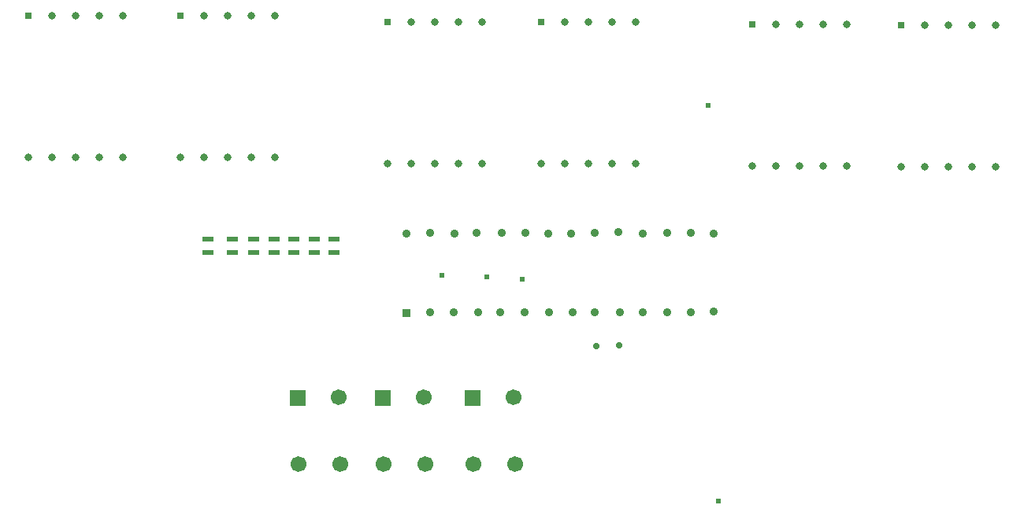
<source format=gbs>
G04*
G04 #@! TF.GenerationSoftware,Altium Limited,Altium Designer,21.0.9 (235)*
G04*
G04 Layer_Color=16711935*
%FSLAX25Y25*%
%MOIN*%
G70*
G04*
G04 #@! TF.SameCoordinates,50ADF09E-C92B-48F0-A8A5-EF6B86B84264*
G04*
G04*
G04 #@! TF.FilePolarity,Negative*
G04*
G01*
G75*
%ADD26C,0.06698*%
%ADD27R,0.06698X0.06698*%
%ADD28C,0.03162*%
%ADD29R,0.03162X0.03162*%
%ADD30C,0.03556*%
%ADD31R,0.03556X0.03556*%
%ADD32C,0.02769*%
%ADD33C,0.02375*%
%ADD44R,0.04540X0.01981*%
D26*
X291000Y284000D02*
D03*
X290500Y312500D02*
D03*
X273500Y284000D02*
D03*
X329000D02*
D03*
X328500Y312500D02*
D03*
X311500Y284000D02*
D03*
X237500D02*
D03*
X254500Y312500D02*
D03*
X255000Y284000D02*
D03*
D27*
X273000Y312000D02*
D03*
X311000D02*
D03*
X237000D02*
D03*
D28*
X522500Y410000D02*
D03*
X512500D02*
D03*
X502500D02*
D03*
X492500D02*
D03*
X532500Y470000D02*
D03*
X522500D02*
D03*
X512500D02*
D03*
X532500Y410000D02*
D03*
X502539Y470000D02*
D03*
X439539Y470500D02*
D03*
X469500Y410500D02*
D03*
X449500Y470500D02*
D03*
X459500D02*
D03*
X469500D02*
D03*
X429500Y410500D02*
D03*
X439500D02*
D03*
X449500D02*
D03*
X459500D02*
D03*
X350039Y471500D02*
D03*
X380000Y411500D02*
D03*
X360000Y471500D02*
D03*
X370000D02*
D03*
X380000D02*
D03*
X340000Y411500D02*
D03*
X350000D02*
D03*
X360000D02*
D03*
X370000D02*
D03*
X217500Y414000D02*
D03*
X207500D02*
D03*
X197500D02*
D03*
X187500D02*
D03*
X227500Y474000D02*
D03*
X217500D02*
D03*
X207500D02*
D03*
X227500Y414000D02*
D03*
X197539Y474000D02*
D03*
X153000Y414000D02*
D03*
X143000D02*
D03*
X133000D02*
D03*
X123000D02*
D03*
X163000Y474000D02*
D03*
X153000D02*
D03*
X143000D02*
D03*
X163000Y414000D02*
D03*
X133039Y474000D02*
D03*
X305000Y411500D02*
D03*
X295000D02*
D03*
X285000D02*
D03*
X275000D02*
D03*
X315000Y471500D02*
D03*
X305000D02*
D03*
X295000D02*
D03*
X315000Y411500D02*
D03*
X285039Y471500D02*
D03*
D29*
X492500Y470000D02*
D03*
X429500Y470500D02*
D03*
X340000Y471500D02*
D03*
X187500Y474000D02*
D03*
X123000D02*
D03*
X275000Y471500D02*
D03*
D30*
X293008Y381965D02*
D03*
X283165Y381748D02*
D03*
X413087Y348697D02*
D03*
X403342Y348500D02*
D03*
X393402Y348598D02*
D03*
X383067Y348500D02*
D03*
X373323Y348598D02*
D03*
X362772Y348402D02*
D03*
X353343D02*
D03*
X343500Y348500D02*
D03*
X322929Y348303D02*
D03*
X313480Y348500D02*
D03*
X303244Y348402D02*
D03*
X293106Y348303D02*
D03*
X333165Y348598D02*
D03*
X413185Y381866D02*
D03*
X403441Y382161D02*
D03*
X393402Y381965D02*
D03*
X383165Y381669D02*
D03*
X372929Y382358D02*
D03*
X362693Y381965D02*
D03*
X352850Y381866D02*
D03*
X343106Y381669D02*
D03*
X333461Y382260D02*
D03*
X323323D02*
D03*
X312890Y382063D02*
D03*
X303343Y381866D02*
D03*
D31*
X283264Y348205D02*
D03*
D32*
X373217Y334362D02*
D03*
X363276Y334264D02*
D03*
D33*
X410931Y436069D02*
D03*
X317000Y363500D02*
D03*
X298000Y364000D02*
D03*
X332000Y362500D02*
D03*
X415000Y268500D02*
D03*
D44*
X244000Y373646D02*
D03*
Y379354D02*
D03*
X235500Y373646D02*
D03*
Y379354D02*
D03*
X227000Y373646D02*
D03*
Y379354D02*
D03*
X218500Y373646D02*
D03*
Y379354D02*
D03*
X209500Y373646D02*
D03*
Y379354D02*
D03*
X252500D02*
D03*
Y373646D02*
D03*
X199000Y379500D02*
D03*
Y373791D02*
D03*
M02*

</source>
